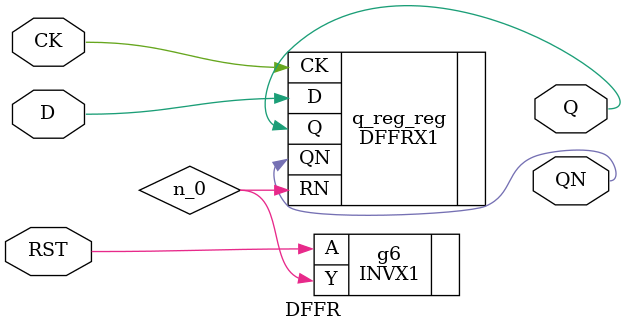
<source format=v>


// Verification Directory fv/DFFR 

module DFFR(RST, CK, D, Q, QN);
  input RST, CK, D;
  output Q, QN;
  wire RST, CK, D;
  wire Q, QN;
  wire n_0;
  DFFRX1 q_reg_reg(.RN (n_0), .CK (CK), .D (D), .Q (Q), .QN (QN));
  INVX1 g6(.A (RST), .Y (n_0));
endmodule


</source>
